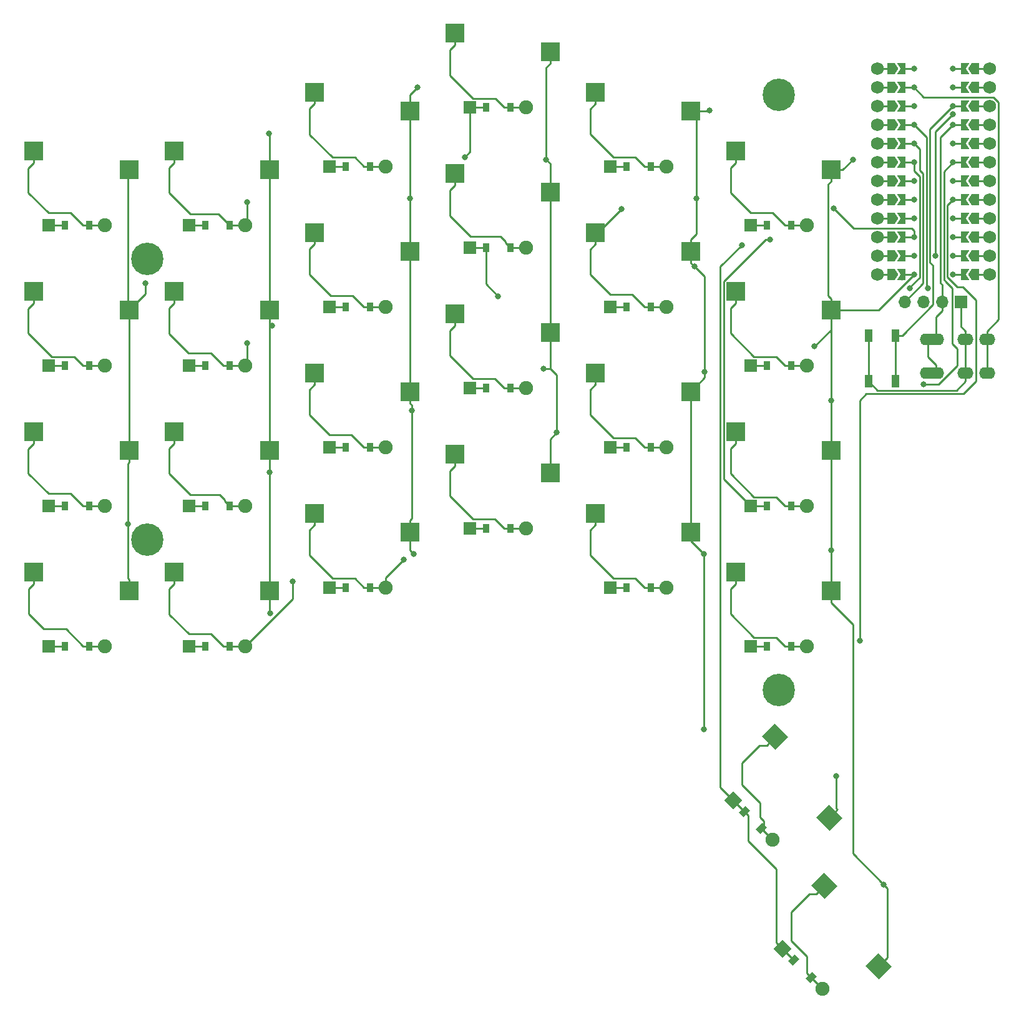
<source format=gbr>
%TF.GenerationSoftware,KiCad,Pcbnew,9.0.3-1.fc42*%
%TF.CreationDate,2025-07-31T15:34:24-03:00*%
%TF.ProjectId,main_pcb,6d61696e-5f70-4636-922e-6b696361645f,v1.0.0*%
%TF.SameCoordinates,Original*%
%TF.FileFunction,Copper,L1,Top*%
%TF.FilePolarity,Positive*%
%FSLAX46Y46*%
G04 Gerber Fmt 4.6, Leading zero omitted, Abs format (unit mm)*
G04 Created by KiCad (PCBNEW 9.0.3-1.fc42) date 2025-07-31 15:34:24*
%MOMM*%
%LPD*%
G01*
G04 APERTURE LIST*
G04 Aperture macros list*
%AMRotRect*
0 Rectangle, with rotation*
0 The origin of the aperture is its center*
0 $1 length*
0 $2 width*
0 $3 Rotation angle, in degrees counterclockwise*
0 Add horizontal line*
21,1,$1,$2,0,0,$3*%
%AMFreePoly0*
4,1,6,1.000000,0.000000,0.500000,-0.750000,-0.500000,-0.750000,-0.500000,0.750000,0.500000,0.750000,1.000000,0.000000,1.000000,0.000000,$1*%
%AMFreePoly1*
4,1,6,0.500000,-0.750000,-0.650000,-0.750000,-0.150000,0.000000,-0.650000,0.750000,0.500000,0.750000,0.500000,-0.750000,0.500000,-0.750000,$1*%
G04 Aperture macros list end*
%TA.AperFunction,SMDPad,CuDef*%
%ADD10R,1.100000X1.800000*%
%TD*%
%TA.AperFunction,ComponentPad*%
%ADD11R,1.778000X1.778000*%
%TD*%
%TA.AperFunction,SMDPad,CuDef*%
%ADD12R,0.900000X1.200000*%
%TD*%
%TA.AperFunction,ComponentPad*%
%ADD13C,1.905000*%
%TD*%
%TA.AperFunction,SMDPad,CuDef*%
%ADD14RotRect,2.550000X2.500000X315.000000*%
%TD*%
%TA.AperFunction,SMDPad,CuDef*%
%ADD15R,2.550000X2.500000*%
%TD*%
%TA.AperFunction,ComponentPad*%
%ADD16C,1.752600*%
%TD*%
%TA.AperFunction,SMDPad,CuDef*%
%ADD17FreePoly0,0.000000*%
%TD*%
%TA.AperFunction,SMDPad,CuDef*%
%ADD18FreePoly1,0.000000*%
%TD*%
%TA.AperFunction,SMDPad,CuDef*%
%ADD19FreePoly1,180.000000*%
%TD*%
%TA.AperFunction,SMDPad,CuDef*%
%ADD20FreePoly0,180.000000*%
%TD*%
%TA.AperFunction,ComponentPad*%
%ADD21C,0.800000*%
%TD*%
%TA.AperFunction,ComponentPad*%
%ADD22RotRect,1.778000X1.778000X315.000000*%
%TD*%
%TA.AperFunction,SMDPad,CuDef*%
%ADD23RotRect,0.900000X1.200000X315.000000*%
%TD*%
%TA.AperFunction,ComponentPad*%
%ADD24O,2.200000X1.600000*%
%TD*%
%TA.AperFunction,ComponentPad*%
%ADD25C,0.700000*%
%TD*%
%TA.AperFunction,ComponentPad*%
%ADD26C,4.400000*%
%TD*%
%TA.AperFunction,ComponentPad*%
%ADD27R,1.700000X1.700000*%
%TD*%
%TA.AperFunction,ComponentPad*%
%ADD28O,1.700000X1.700000*%
%TD*%
%TA.AperFunction,ViaPad*%
%ADD29C,0.800000*%
%TD*%
%TA.AperFunction,Conductor*%
%ADD30C,0.250000*%
%TD*%
G04 APERTURE END LIST*
D10*
%TO.P,B1,1*%
%TO.N,GND*%
X257400000Y-119000000D03*
X257400000Y-112800000D03*
%TO.P,B1,2*%
%TO.N,RST*%
X261100000Y-119000000D03*
X261100000Y-112800000D03*
%TD*%
D11*
%TO.P,D9,1*%
%TO.N,P18*%
X184290000Y-147000000D03*
D12*
X186450000Y-147000000D03*
%TO.P,D9,2*%
%TO.N,middle_bottom*%
X189750000Y-147000000D03*
D13*
X191910000Y-147000000D03*
%TD*%
D11*
%TO.P,D4,1*%
%TO.N,P21*%
X146190000Y-97850000D03*
D12*
X148350000Y-97850000D03*
%TO.P,D4,2*%
%TO.N,pinky_top*%
X151650000Y-97850000D03*
D13*
X153810000Y-97850000D03*
%TD*%
D11*
%TO.P,D24,1*%
%TO.N,P21*%
X241440000Y-97850000D03*
D12*
X243600000Y-97850000D03*
%TO.P,D24,2*%
%TO.N,aditional_top*%
X246900000Y-97850000D03*
D13*
X249060000Y-97850000D03*
%TD*%
D11*
%TO.P,D18,1*%
%TO.N,P19*%
X222390000Y-127950000D03*
D12*
X224550000Y-127950000D03*
%TO.P,D18,2*%
%TO.N,inner_home*%
X227850000Y-127950000D03*
D13*
X230010000Y-127950000D03*
%TD*%
D11*
%TO.P,D13,1*%
%TO.N,P18*%
X203340000Y-139000000D03*
D12*
X205500000Y-139000000D03*
%TO.P,D13,2*%
%TO.N,index_bottom*%
X208800000Y-139000000D03*
D13*
X210960000Y-139000000D03*
%TD*%
D14*
%TO.P,S26,1*%
%TO.N,P9*%
X258791103Y-198419400D03*
%TO.P,S26,2*%
%TO.N,two_main*%
X251446385Y-187482580D03*
%TD*%
D15*
%TO.P,S22,1*%
%TO.N,P9*%
X252335000Y-128410000D03*
%TO.P,S22,2*%
%TO.N,aditional_home*%
X239408000Y-125870000D03*
%TD*%
%TO.P,S12,1*%
%TO.N,P10*%
X195185000Y-82310000D03*
%TO.P,S12,2*%
%TO.N,middle_top*%
X182258000Y-79770000D03*
%TD*%
%TO.P,S11,1*%
%TO.N,P10*%
X195185000Y-101360000D03*
%TO.P,S11,2*%
%TO.N,middle_num*%
X182258000Y-98820000D03*
%TD*%
D16*
%TO.P,MCU1,*%
%TO.N,5*%
X258599997Y-86759999D03*
%TO.N,2*%
X258599999Y-79140001D03*
%TO.N,7*%
X258599999Y-91840001D03*
%TO.N,9*%
X258599999Y-96919999D03*
%TO.N,10*%
X258599999Y-99459995D03*
%TO.N,8*%
X258600000Y-94380000D03*
%TO.N,11*%
X258600000Y-102000000D03*
%TO.N,3*%
X258600001Y-81679999D03*
%TO.N,4*%
X258600001Y-84220001D03*
%TO.N,6*%
X258600001Y-89300000D03*
%TO.N,12*%
X258600008Y-104539999D03*
%TO.N,1*%
X258600015Y-76600002D03*
D17*
X260504999Y-76600000D03*
%TO.N,8*%
X260504999Y-94380001D03*
%TO.N,10*%
X260504999Y-99459997D03*
%TO.N,12*%
X260504999Y-104540003D03*
%TO.N,2*%
X260505000Y-79140001D03*
%TO.N,3*%
X260505000Y-81680000D03*
%TO.N,4*%
X260505000Y-84219999D03*
%TO.N,11*%
X260505000Y-102000000D03*
%TO.N,5*%
X260505001Y-86760000D03*
%TO.N,7*%
X260505001Y-91839999D03*
%TO.N,6*%
X260505003Y-89300001D03*
%TO.N,9*%
X260505003Y-96920001D03*
D18*
%TO.N,P5*%
X261954993Y-94380000D03*
%TO.N,GND*%
X261954994Y-81680002D03*
%TO.N,P7*%
X261954995Y-99460000D03*
%TO.N,P9*%
X261954995Y-104539999D03*
%TO.N,P1*%
X261954996Y-76600000D03*
%TO.N,GND*%
X261954996Y-84220000D03*
%TO.N,P4*%
X261954996Y-91840000D03*
%TO.N,P6*%
X261954996Y-96920000D03*
%TO.N,P8*%
X261954996Y-101999999D03*
%TO.N,P0*%
X261954997Y-79140001D03*
%TO.N,P3*%
X261954997Y-89300000D03*
%TO.N,P2*%
X261954998Y-86760008D03*
D19*
%TO.N,P19*%
X270484993Y-91839986D03*
%TO.N,GND*%
X270484994Y-79139999D03*
%TO.N,VCC*%
X270484994Y-84219999D03*
%TO.N,P20*%
X270484994Y-89300007D03*
%TO.N,P15*%
X270484994Y-96920000D03*
%TO.N,P14*%
X270484994Y-99460000D03*
%TO.N,P10*%
X270484994Y-104540000D03*
%TO.N,RAW*%
X270484995Y-76600000D03*
%TO.N,RST*%
X270484995Y-81680001D03*
%TO.N,P16*%
X270484995Y-101999999D03*
%TO.N,P18*%
X270484996Y-94380000D03*
%TO.N,P21*%
X270485001Y-86760000D03*
D20*
%TO.N,21*%
X271934997Y-84219999D03*
%TO.N,18*%
X271934997Y-91839999D03*
%TO.N,19*%
X271934999Y-89300001D03*
%TO.N,17*%
X271934999Y-94380000D03*
%TO.N,23*%
X271935000Y-79140000D03*
%TO.N,16*%
X271935000Y-96920001D03*
%TO.N,15*%
X271935000Y-99460000D03*
%TO.N,14*%
X271935000Y-101999999D03*
%TO.N,24*%
X271935001Y-76599997D03*
%TO.N,22*%
X271935001Y-81680003D03*
%TO.N,20*%
X271935001Y-86759999D03*
%TO.N,13*%
X271935001Y-104540000D03*
D16*
X273839985Y-104539998D03*
%TO.N,24*%
X273839992Y-76600001D03*
%TO.N,18*%
X273839999Y-91840000D03*
%TO.N,16*%
X273839999Y-96919999D03*
%TO.N,15*%
X273839999Y-99460001D03*
%TO.N,23*%
X273840000Y-79140000D03*
%TO.N,20*%
X273840000Y-86760000D03*
%TO.N,22*%
X273840001Y-81680005D03*
%TO.N,21*%
X273840001Y-84220001D03*
%TO.N,19*%
X273840001Y-89299999D03*
%TO.N,14*%
X273840001Y-101999999D03*
%TO.N,17*%
X273840003Y-94380001D03*
D21*
%TO.P,MCU1,B+*%
%TO.N,RAW*%
X268840000Y-76599999D03*
%TO.P,MCU1,GND*%
%TO.N,GND*%
X263599997Y-81680004D03*
X263600000Y-84219999D03*
X268840003Y-79140004D03*
%TO.P,MCU1,P0*%
%TO.N,P0*%
X263600001Y-79139999D03*
%TO.P,MCU1,P1*%
%TO.N,P1*%
X263600000Y-76600000D03*
%TO.P,MCU1,P2*%
%TO.N,P2*%
X263599999Y-86760000D03*
%TO.P,MCU1,P3*%
%TO.N,P3*%
X263599999Y-89300001D03*
%TO.P,MCU1,P4*%
%TO.N,P4*%
X263600000Y-91840000D03*
%TO.P,MCU1,P5*%
%TO.N,P5*%
X263600001Y-94379999D03*
%TO.P,MCU1,P6*%
%TO.N,P6*%
X263600001Y-96920000D03*
%TO.P,MCU1,P7*%
%TO.N,P7*%
X263600001Y-99459999D03*
%TO.P,MCU1,P8*%
%TO.N,P8*%
X263599997Y-101999996D03*
%TO.P,MCU1,P9*%
%TO.N,P9*%
X263600000Y-104540001D03*
%TO.P,MCU1,P10*%
%TO.N,P10*%
X268840000Y-104540000D03*
%TO.P,MCU1,P14*%
%TO.N,P14*%
X268840003Y-99459996D03*
%TO.P,MCU1,P15*%
%TO.N,P15*%
X268840000Y-96920001D03*
%TO.P,MCU1,P16*%
%TO.N,P16*%
X268839999Y-102000001D03*
%TO.P,MCU1,P18*%
%TO.N,P18*%
X268840001Y-94380000D03*
%TO.P,MCU1,P19*%
%TO.N,P19*%
X268840001Y-91839999D03*
%TO.P,MCU1,P20*%
%TO.N,P20*%
X268840000Y-89300000D03*
%TO.P,MCU1,P21*%
%TO.N,P21*%
X268839999Y-86760001D03*
%TO.P,MCU1,RST*%
%TO.N,RST*%
X268839999Y-81680001D03*
%TO.P,MCU1,VCC*%
%TO.N,VCC*%
X268839999Y-84220000D03*
%TD*%
D15*
%TO.P,S9,1*%
%TO.N,P10*%
X195185000Y-139460000D03*
%TO.P,S9,2*%
%TO.N,middle_bottom*%
X182258000Y-136920000D03*
%TD*%
D11*
%TO.P,D22,1*%
%TO.N,P19*%
X241440000Y-135950000D03*
D12*
X243600000Y-135950000D03*
%TO.P,D22,2*%
%TO.N,aditional_home*%
X246900000Y-135950000D03*
D13*
X249060000Y-135950000D03*
%TD*%
D11*
%TO.P,D5,1*%
%TO.N,P18*%
X165240000Y-155000000D03*
D12*
X167400000Y-155000000D03*
%TO.P,D5,2*%
%TO.N,ring_bottom*%
X170700000Y-155000000D03*
D13*
X172860000Y-155000000D03*
%TD*%
D15*
%TO.P,S4,1*%
%TO.N,P14*%
X157085000Y-90310000D03*
%TO.P,S4,2*%
%TO.N,pinky_top*%
X144158000Y-87770000D03*
%TD*%
%TO.P,S20,1*%
%TO.N,P8*%
X233285000Y-82310000D03*
%TO.P,S20,2*%
%TO.N,inner_top*%
X220358000Y-79770000D03*
%TD*%
%TO.P,S15,1*%
%TO.N,P7*%
X214235000Y-93360000D03*
%TO.P,S15,2*%
%TO.N,index_num*%
X201308000Y-90820000D03*
%TD*%
D22*
%TO.P,D25,1*%
%TO.N,P15*%
X239020423Y-175841423D03*
D23*
X240547774Y-177368774D03*
%TO.P,D25,2*%
%TO.N,one_main*%
X242881226Y-179702226D03*
D13*
X244408577Y-181229577D03*
%TD*%
D11*
%TO.P,D11,1*%
%TO.N,P20*%
X184290000Y-108900000D03*
D12*
X186450000Y-108900000D03*
%TO.P,D11,2*%
%TO.N,middle_num*%
X189750000Y-108900000D03*
D13*
X191910000Y-108900000D03*
%TD*%
D11*
%TO.P,D1,1*%
%TO.N,P18*%
X146190000Y-155000000D03*
D12*
X148350000Y-155000000D03*
%TO.P,D1,2*%
%TO.N,pinky_bottom*%
X151650000Y-155000000D03*
D13*
X153810000Y-155000000D03*
%TD*%
D11*
%TO.P,D20,1*%
%TO.N,P21*%
X222390000Y-89850000D03*
D12*
X224550000Y-89850000D03*
%TO.P,D20,2*%
%TO.N,inner_top*%
X227850000Y-89850000D03*
D13*
X230010000Y-89850000D03*
%TD*%
D15*
%TO.P,S5,1*%
%TO.N,P16*%
X176135000Y-147460000D03*
%TO.P,S5,2*%
%TO.N,ring_bottom*%
X163208000Y-144920000D03*
%TD*%
D11*
%TO.P,D19,1*%
%TO.N,P20*%
X222390000Y-108900000D03*
D12*
X224550000Y-108900000D03*
%TO.P,D19,2*%
%TO.N,inner_num*%
X227850000Y-108900000D03*
D13*
X230010000Y-108900000D03*
%TD*%
D11*
%TO.P,D14,1*%
%TO.N,P19*%
X203340000Y-119950000D03*
D12*
X205500000Y-119950000D03*
%TO.P,D14,2*%
%TO.N,index_home*%
X208800000Y-119950000D03*
D13*
X210960000Y-119950000D03*
%TD*%
D15*
%TO.P,S8,1*%
%TO.N,P16*%
X176135000Y-90310000D03*
%TO.P,S8,2*%
%TO.N,ring_top*%
X163208000Y-87770000D03*
%TD*%
%TO.P,S10,1*%
%TO.N,P10*%
X195185000Y-120410000D03*
%TO.P,S10,2*%
%TO.N,middle_home*%
X182258000Y-117870000D03*
%TD*%
D11*
%TO.P,D17,1*%
%TO.N,P18*%
X222390000Y-147000000D03*
D12*
X224550000Y-147000000D03*
%TO.P,D17,2*%
%TO.N,inner_bottom*%
X227850000Y-147000000D03*
D13*
X230010000Y-147000000D03*
%TD*%
D11*
%TO.P,D7,1*%
%TO.N,P20*%
X165240000Y-116900000D03*
D12*
X167400000Y-116900000D03*
%TO.P,D7,2*%
%TO.N,ring_num*%
X170700000Y-116900000D03*
D13*
X172860000Y-116900000D03*
%TD*%
D11*
%TO.P,D12,1*%
%TO.N,P21*%
X184290000Y-89850000D03*
D12*
X186450000Y-89850000D03*
%TO.P,D12,2*%
%TO.N,middle_top*%
X189750000Y-89850000D03*
D13*
X191910000Y-89850000D03*
%TD*%
D22*
%TO.P,D26,1*%
%TO.N,P15*%
X245755623Y-196047023D03*
D23*
X247282974Y-197574374D03*
%TO.P,D26,2*%
%TO.N,two_main*%
X249616426Y-199907826D03*
D13*
X251143777Y-201435177D03*
%TD*%
D24*
%TO.P,TRRS1,1*%
%TO.N,VCC*%
X265450000Y-113300000D03*
X265450000Y-117900000D03*
%TO.P,TRRS1,2*%
X266550000Y-113300000D03*
X266550000Y-117900000D03*
%TO.P,TRRS1,3*%
%TO.N,GND*%
X270550000Y-113300000D03*
X270550000Y-117900000D03*
%TO.P,TRRS1,4*%
%TO.N,P0*%
X273550000Y-113300000D03*
X273550000Y-117900000D03*
%TD*%
D15*
%TO.P,S19,1*%
%TO.N,P8*%
X233285000Y-101360000D03*
%TO.P,S19,2*%
%TO.N,inner_num*%
X220358000Y-98820000D03*
%TD*%
D11*
%TO.P,D16,1*%
%TO.N,P21*%
X203340000Y-81850000D03*
D12*
X205500000Y-81850000D03*
%TO.P,D16,2*%
%TO.N,index_top*%
X208800000Y-81850000D03*
D13*
X210960000Y-81850000D03*
%TD*%
D15*
%TO.P,S1,1*%
%TO.N,P14*%
X157085000Y-147460000D03*
%TO.P,S1,2*%
%TO.N,pinky_bottom*%
X144158000Y-144920000D03*
%TD*%
%TO.P,S6,1*%
%TO.N,P16*%
X176135000Y-128410000D03*
%TO.P,S6,2*%
%TO.N,ring_home*%
X163208000Y-125870000D03*
%TD*%
%TO.P,S7,1*%
%TO.N,P16*%
X176135000Y-109360000D03*
%TO.P,S7,2*%
%TO.N,ring_num*%
X163208000Y-106820000D03*
%TD*%
D11*
%TO.P,D10,1*%
%TO.N,P19*%
X184290000Y-127950000D03*
D12*
X186450000Y-127950000D03*
%TO.P,D10,2*%
%TO.N,middle_home*%
X189750000Y-127950000D03*
D13*
X191910000Y-127950000D03*
%TD*%
D15*
%TO.P,S16,1*%
%TO.N,P7*%
X214235000Y-74310000D03*
%TO.P,S16,2*%
%TO.N,index_top*%
X201308000Y-71770000D03*
%TD*%
%TO.P,S17,1*%
%TO.N,P8*%
X233285000Y-139460000D03*
%TO.P,S17,2*%
%TO.N,inner_bottom*%
X220358000Y-136920000D03*
%TD*%
%TO.P,S13,1*%
%TO.N,P7*%
X214235000Y-131460000D03*
%TO.P,S13,2*%
%TO.N,index_bottom*%
X201308000Y-128920000D03*
%TD*%
%TO.P,S18,1*%
%TO.N,P8*%
X233285000Y-120410000D03*
%TO.P,S18,2*%
%TO.N,inner_home*%
X220358000Y-117870000D03*
%TD*%
D25*
%TO.P,_3,1*%
%TO.N,N/C*%
X243600000Y-80086500D03*
X244083274Y-78919774D03*
X244083274Y-81253226D03*
X245250000Y-78436500D03*
D26*
X245250000Y-80086500D03*
D25*
X245250000Y-81736500D03*
X246416726Y-78919774D03*
X246416726Y-81253226D03*
X246900000Y-80086500D03*
%TD*%
D11*
%TO.P,D6,1*%
%TO.N,P19*%
X165240000Y-135950000D03*
D12*
X167400000Y-135950000D03*
%TO.P,D6,2*%
%TO.N,ring_home*%
X170700000Y-135950000D03*
D13*
X172860000Y-135950000D03*
%TD*%
D15*
%TO.P,S21,1*%
%TO.N,P9*%
X252335000Y-147460000D03*
%TO.P,S21,2*%
%TO.N,aditional_bottom*%
X239408000Y-144920000D03*
%TD*%
D11*
%TO.P,D3,1*%
%TO.N,P20*%
X146190000Y-116900000D03*
D12*
X148350000Y-116900000D03*
%TO.P,D3,2*%
%TO.N,pinky_num*%
X151650000Y-116900000D03*
D13*
X153810000Y-116900000D03*
%TD*%
D11*
%TO.P,D2,1*%
%TO.N,P19*%
X146190000Y-135950000D03*
D12*
X148350000Y-135950000D03*
%TO.P,D2,2*%
%TO.N,pinky_home*%
X151650000Y-135950000D03*
D13*
X153810000Y-135950000D03*
%TD*%
D11*
%TO.P,D21,1*%
%TO.N,P18*%
X241440000Y-155000000D03*
D12*
X243600000Y-155000000D03*
%TO.P,D21,2*%
%TO.N,aditional_bottom*%
X246900000Y-155000000D03*
D13*
X249060000Y-155000000D03*
%TD*%
D14*
%TO.P,S25,1*%
%TO.N,P8*%
X252055903Y-178213800D03*
%TO.P,S25,2*%
%TO.N,one_main*%
X244711185Y-167276980D03*
%TD*%
D11*
%TO.P,D23,1*%
%TO.N,P20*%
X241440000Y-116900000D03*
D12*
X243600000Y-116900000D03*
%TO.P,D23,2*%
%TO.N,aditional_num*%
X246900000Y-116900000D03*
D13*
X249060000Y-116900000D03*
%TD*%
D15*
%TO.P,S23,1*%
%TO.N,P9*%
X252335000Y-109360000D03*
%TO.P,S23,2*%
%TO.N,aditional_num*%
X239408000Y-106820000D03*
%TD*%
D25*
%TO.P,_4,1*%
%TO.N,N/C*%
X243600000Y-160858500D03*
X244083274Y-159691774D03*
X244083274Y-162025226D03*
X245250000Y-159208500D03*
D26*
X245250000Y-160858500D03*
D25*
X245250000Y-162508500D03*
X246416726Y-159691774D03*
X246416726Y-162025226D03*
X246900000Y-160858500D03*
%TD*%
D15*
%TO.P,S3,1*%
%TO.N,P14*%
X157085000Y-109360000D03*
%TO.P,S3,2*%
%TO.N,pinky_num*%
X144158000Y-106820000D03*
%TD*%
D25*
%TO.P,_1,1*%
%TO.N,N/C*%
X157875000Y-102375000D03*
X158358274Y-101208274D03*
X158358274Y-103541726D03*
X159525000Y-100725000D03*
D26*
X159525000Y-102375000D03*
D25*
X159525000Y-104025000D03*
X160691726Y-101208274D03*
X160691726Y-103541726D03*
X161175000Y-102375000D03*
%TD*%
D15*
%TO.P,S14,1*%
%TO.N,P7*%
X214235000Y-112410000D03*
%TO.P,S14,2*%
%TO.N,index_home*%
X201308000Y-109870000D03*
%TD*%
D27*
%TO.P,OLED1,1*%
%TO.N,GND*%
X269940000Y-108200000D03*
D28*
%TO.P,OLED1,2*%
%TO.N,VCC*%
X267400000Y-108200000D03*
%TO.P,OLED1,3*%
%TO.N,P3*%
X264860000Y-108200000D03*
%TO.P,OLED1,4*%
%TO.N,P2*%
X262320000Y-108200000D03*
%TD*%
D15*
%TO.P,S2,1*%
%TO.N,P14*%
X157085000Y-128410000D03*
%TO.P,S2,2*%
%TO.N,pinky_home*%
X144158000Y-125870000D03*
%TD*%
D25*
%TO.P,_2,1*%
%TO.N,N/C*%
X157875000Y-140475000D03*
X158358274Y-139308274D03*
X158358274Y-141641726D03*
X159525000Y-138825000D03*
D26*
X159525000Y-140475000D03*
D25*
X159525000Y-142125000D03*
X160691726Y-139308274D03*
X160691726Y-141641726D03*
X161175000Y-140475000D03*
%TD*%
D11*
%TO.P,D8,1*%
%TO.N,P21*%
X165240000Y-97850000D03*
D12*
X167400000Y-97850000D03*
%TO.P,D8,2*%
%TO.N,ring_top*%
X170700000Y-97850000D03*
D13*
X172860000Y-97850000D03*
%TD*%
D11*
%TO.P,D15,1*%
%TO.N,P20*%
X203340000Y-100900000D03*
D12*
X205500000Y-100900000D03*
%TO.P,D15,2*%
%TO.N,index_num*%
X208800000Y-100900000D03*
D13*
X210960000Y-100900000D03*
%TD*%
D15*
%TO.P,S24,1*%
%TO.N,P9*%
X252335000Y-90310000D03*
%TO.P,S24,2*%
%TO.N,aditional_top*%
X239408000Y-87770000D03*
%TD*%
D29*
%TO.N,P9*%
X252335000Y-121600000D03*
%TO.N,P14*%
X159304600Y-105695200D03*
X156940300Y-138411300D03*
%TO.N,P16*%
X176095400Y-85369300D03*
X176135000Y-131351400D03*
X266464600Y-102000000D03*
X268870400Y-82725000D03*
X176464800Y-111411500D03*
X176239000Y-150457500D03*
%TO.N,ring_bottom*%
X179322100Y-146206200D03*
%TO.N,ring_num*%
X173115600Y-113823000D03*
%TO.N,ring_top*%
X173115600Y-94697200D03*
%TO.N,P10*%
X195185000Y-94216600D03*
X195732000Y-142458300D03*
X196200000Y-79119100D03*
X195458500Y-122935300D03*
%TO.N,middle_bottom*%
X194374000Y-143221300D03*
%TO.N,P7*%
X252682300Y-95571700D03*
X213314600Y-117257900D03*
X213699400Y-88893900D03*
X215125400Y-125940300D03*
%TO.N,P8*%
X235061400Y-166202200D03*
X233813900Y-103412300D03*
X235807500Y-82219000D03*
X235061400Y-142456700D03*
X234085900Y-94216600D03*
X235186000Y-117686100D03*
X253061400Y-172618200D03*
%TO.N,inner_num*%
X223920000Y-95579500D03*
%TO.N,P9*%
X252335000Y-141938700D03*
X259491000Y-187279800D03*
X250103400Y-114248500D03*
X255300500Y-88914700D03*
%TO.N,P18*%
X256220400Y-154204600D03*
%TO.N,P19*%
X244084100Y-99766800D03*
%TO.N,P20*%
X207149800Y-107466500D03*
X264892000Y-119400800D03*
%TO.N,P21*%
X202624700Y-88565500D03*
%TO.N,P15*%
X240248900Y-100503800D03*
%TO.N,GND*%
X265464200Y-106370000D03*
%TO.N,P3*%
X263058000Y-106398000D03*
%TD*%
D30*
%TO.N,P15*%
X247283000Y-197574400D02*
X244896000Y-195187400D01*
X244896000Y-195187400D02*
X244896000Y-185178000D01*
X241096900Y-177918000D02*
X241097000Y-177917900D01*
X244896000Y-185178000D02*
X241096900Y-181378900D01*
X241096900Y-181378900D02*
X241096900Y-177918000D01*
X241097000Y-177917900D02*
X240547800Y-177368800D01*
X240547800Y-177368800D02*
X237303400Y-174124400D01*
X237303400Y-174124400D02*
X237303400Y-103449300D01*
X237303400Y-103449300D02*
X240248900Y-100503800D01*
%TO.N,P9*%
X252335000Y-114248500D02*
X252335000Y-121600000D01*
%TO.N,P14*%
X157085000Y-90310000D02*
X156940300Y-90454700D01*
X156940300Y-109215300D02*
X157085000Y-109360000D01*
X156940300Y-130131400D02*
X157085000Y-129986700D01*
X156940300Y-138411300D02*
X156940300Y-130131400D01*
X156940300Y-90454700D02*
X156940300Y-109215300D01*
X157085000Y-147460000D02*
X157085000Y-145883300D01*
X157085000Y-145883300D02*
X156940300Y-145738600D01*
X159304600Y-105695200D02*
X159304600Y-107140400D01*
X270485000Y-99460000D02*
X268840000Y-99460000D01*
X157085000Y-129986700D02*
X157085000Y-128410000D01*
X159304600Y-107140400D02*
X157085000Y-109360000D01*
X156940300Y-145738600D02*
X156940300Y-138411300D01*
X157085000Y-109360000D02*
X157085000Y-128410000D01*
%TO.N,pinky_bottom*%
X143446100Y-147208600D02*
X144158000Y-146496700D01*
X144158000Y-144920000D02*
X144158000Y-146496700D01*
X143446100Y-150562300D02*
X143446100Y-147208600D01*
X150873300Y-155000000D02*
X148507100Y-152633800D01*
X148507100Y-152633800D02*
X145517600Y-152633800D01*
X151650000Y-155000000D02*
X150873300Y-155000000D01*
X151650000Y-155000000D02*
X153810000Y-155000000D01*
X145517600Y-152633800D02*
X143446100Y-150562300D01*
%TO.N,pinky_home*%
X146158300Y-134255800D02*
X149179100Y-134255800D01*
X149179100Y-134255800D02*
X150873300Y-135950000D01*
X144158000Y-125870000D02*
X144158000Y-127446700D01*
X143419100Y-131516600D02*
X146158300Y-134255800D01*
X144158000Y-127446700D02*
X143419100Y-128185600D01*
X151650000Y-135950000D02*
X150873300Y-135950000D01*
X153810000Y-135950000D02*
X151650000Y-135950000D01*
X143419100Y-128185600D02*
X143419100Y-131516600D01*
%TO.N,pinky_num*%
X144158000Y-108396700D02*
X143419100Y-109135600D01*
X143419100Y-112466600D02*
X146600200Y-115647700D01*
X146600200Y-115647700D02*
X149621000Y-115647700D01*
X143419100Y-109135600D02*
X143419100Y-112466600D01*
X149621000Y-115647700D02*
X150873300Y-116900000D01*
X144158000Y-106820000D02*
X144158000Y-108396700D01*
X153810000Y-116900000D02*
X151650000Y-116900000D01*
X151650000Y-116900000D02*
X150873300Y-116900000D01*
%TO.N,pinky_top*%
X149179100Y-96155800D02*
X150873300Y-97850000D01*
X151650000Y-97850000D02*
X153810000Y-97850000D01*
X144158000Y-87770000D02*
X144158000Y-89346700D01*
X151650000Y-97850000D02*
X150873300Y-97850000D01*
X143419100Y-90085600D02*
X143419100Y-93416600D01*
X146158300Y-96155800D02*
X149179100Y-96155800D01*
X144158000Y-89346700D02*
X143419100Y-90085600D01*
X143419100Y-93416600D02*
X146158300Y-96155800D01*
%TO.N,P16*%
X176135000Y-147460000D02*
X176135000Y-131351400D01*
X176299900Y-111411500D02*
X176464800Y-111411500D01*
X176135000Y-111411500D02*
X176135000Y-109360000D01*
X176135000Y-85408900D02*
X176135000Y-90310000D01*
X266464600Y-85130800D02*
X268870400Y-82725000D01*
X176135000Y-128410000D02*
X176135000Y-111411500D01*
X176135000Y-150353500D02*
X176135000Y-147460000D01*
X176095400Y-85369300D02*
X176135000Y-85408900D01*
X176135000Y-90310000D02*
X176135000Y-109360000D01*
X176464800Y-111411500D02*
X176299900Y-111411500D01*
X176135000Y-131351400D02*
X176135000Y-128410000D01*
X270485000Y-102000000D02*
X268840000Y-102000000D01*
X176239000Y-150457500D02*
X176135000Y-150353500D01*
X176464800Y-111411500D02*
X176135000Y-111411500D01*
X266464600Y-102000000D02*
X266464600Y-85130800D01*
%TO.N,ring_bottom*%
X163208000Y-146496700D02*
X162539500Y-147165200D01*
X165188600Y-153305800D02*
X168229100Y-153305800D01*
X163208000Y-144920000D02*
X163208000Y-146496700D01*
X162539500Y-147165200D02*
X162539500Y-150656700D01*
X162539500Y-150656700D02*
X165188600Y-153305800D01*
X168229100Y-153305800D02*
X169923300Y-155000000D01*
X170700000Y-155000000D02*
X172860000Y-155000000D01*
X172860000Y-155000000D02*
X179322100Y-148537900D01*
X179322100Y-148537900D02*
X179322100Y-146206200D01*
X170700000Y-155000000D02*
X169923300Y-155000000D01*
%TO.N,ring_home*%
X170052600Y-135250000D02*
X170052600Y-135097900D01*
X171780000Y-135950000D02*
X170752600Y-135950000D01*
X162513900Y-128140800D02*
X163208000Y-127446700D01*
X170052600Y-135097900D02*
X169372000Y-134417300D01*
X165410100Y-134417300D02*
X162513900Y-131521100D01*
X163208000Y-125870000D02*
X163208000Y-127446700D01*
X162513900Y-131521100D02*
X162513900Y-128140800D01*
X172860000Y-135950000D02*
X171780000Y-135950000D01*
X169372000Y-134417300D02*
X165410100Y-134417300D01*
X171780000Y-135950000D02*
X170700000Y-135950000D01*
X170752600Y-135950000D02*
X170052600Y-135250000D01*
%TO.N,ring_num*%
X162539500Y-109065200D02*
X162539500Y-112556700D01*
X163208000Y-108396700D02*
X162539500Y-109065200D01*
X168223300Y-115200000D02*
X169923300Y-116900000D01*
X173115600Y-116644400D02*
X172860000Y-116900000D01*
X172860000Y-116900000D02*
X170700000Y-116900000D01*
X169923300Y-116900000D02*
X170700000Y-116900000D01*
X173115600Y-113823000D02*
X173115600Y-116644400D01*
X163208000Y-106820000D02*
X163208000Y-108396700D01*
X162539500Y-112556700D02*
X165182800Y-115200000D01*
X165182800Y-115200000D02*
X168223300Y-115200000D01*
%TO.N,ring_top*%
X173115600Y-94697200D02*
X173115600Y-97594400D01*
X165410100Y-96317300D02*
X162513900Y-93421100D01*
X170700000Y-97850000D02*
X169167300Y-96317300D01*
X169167300Y-96317300D02*
X165410100Y-96317300D01*
X173115600Y-97594400D02*
X172860000Y-97850000D01*
X171780000Y-97850000D02*
X170700000Y-97850000D01*
X162513900Y-93421100D02*
X162513900Y-90040800D01*
X172860000Y-97850000D02*
X171780000Y-97850000D01*
X162513900Y-90040800D02*
X163208000Y-89346700D01*
X163208000Y-89346700D02*
X163208000Y-87770000D01*
%TO.N,P10*%
X195732000Y-142458300D02*
X195185000Y-141911300D01*
X195185000Y-99178100D02*
X195185000Y-101360000D01*
X195185000Y-121198300D02*
X195185000Y-121986700D01*
X195458500Y-122935300D02*
X195458500Y-122260200D01*
X195185000Y-121198300D02*
X195185000Y-99178100D01*
X195185000Y-94216600D02*
X195185000Y-82310000D01*
X195458500Y-122935300D02*
X195458500Y-137609800D01*
X195185000Y-120410000D02*
X195185000Y-121198300D01*
X195185000Y-80134100D02*
X195185000Y-82310000D01*
X195185000Y-139460000D02*
X195185000Y-137883300D01*
X195185000Y-141911300D02*
X195185000Y-139460000D01*
X195458500Y-122260200D02*
X195185000Y-121986700D01*
X196200000Y-79119100D02*
X195185000Y-80134100D01*
X195458500Y-137609800D02*
X195185000Y-137883300D01*
X195185000Y-99178100D02*
X195185000Y-94216600D01*
X270485000Y-104540000D02*
X268840000Y-104540000D01*
%TO.N,middle_bottom*%
X191910000Y-147000000D02*
X191910000Y-145685300D01*
X191910000Y-145685300D02*
X194374000Y-143221300D01*
X182258000Y-136920000D02*
X182258000Y-138496700D01*
X187721000Y-145747700D02*
X188973300Y-147000000D01*
X189750000Y-147000000D02*
X188973300Y-147000000D01*
X182258000Y-138496700D02*
X181541800Y-139212900D01*
X181541800Y-139212900D02*
X181541800Y-142588800D01*
X181541800Y-142588800D02*
X184700700Y-145747700D01*
X184700700Y-145747700D02*
X187721000Y-145747700D01*
X191910000Y-147000000D02*
X189750000Y-147000000D01*
%TO.N,middle_home*%
X181541800Y-120162900D02*
X181541800Y-123538800D01*
X189750000Y-127950000D02*
X188973300Y-127950000D01*
X187279100Y-126255800D02*
X188973300Y-127950000D01*
X182258000Y-117870000D02*
X182258000Y-119446700D01*
X191910000Y-127950000D02*
X189750000Y-127950000D01*
X182258000Y-119446700D02*
X181541800Y-120162900D01*
X184258800Y-126255800D02*
X187279100Y-126255800D01*
X181541800Y-123538800D02*
X184258800Y-126255800D01*
%TO.N,middle_num*%
X191910000Y-108900000D02*
X189750000Y-108900000D01*
X182258000Y-98820000D02*
X182258000Y-100396700D01*
X184463700Y-107367300D02*
X181591500Y-104495100D01*
X181591500Y-104495100D02*
X181591500Y-101063200D01*
X189750000Y-108900000D02*
X188973300Y-108900000D01*
X188973300Y-108900000D02*
X187440600Y-107367300D01*
X181591500Y-101063200D02*
X182258000Y-100396700D01*
X187440600Y-107367300D02*
X184463700Y-107367300D01*
%TO.N,middle_top*%
X182258000Y-79770000D02*
X182258000Y-81346700D01*
X189750000Y-89850000D02*
X188973300Y-89850000D01*
X187721000Y-88597700D02*
X188973300Y-89850000D01*
X182258000Y-81346700D02*
X181591900Y-82012800D01*
X181591900Y-82012800D02*
X181591900Y-85521500D01*
X181591900Y-85521500D02*
X184668100Y-88597700D01*
X184668100Y-88597700D02*
X187721000Y-88597700D01*
X191910000Y-89850000D02*
X189750000Y-89850000D01*
%TO.N,P7*%
X213699400Y-76422300D02*
X213699400Y-88893900D01*
X262777500Y-99460000D02*
X263600000Y-99460000D01*
X252682300Y-95571700D02*
X255367600Y-98257000D01*
X261955000Y-99460000D02*
X262777500Y-99460000D01*
X214235000Y-74310000D02*
X214235000Y-75886700D01*
X214235000Y-112410000D02*
X214235000Y-110833300D01*
X215125400Y-125940300D02*
X215125400Y-118148300D01*
X214235000Y-117257900D02*
X213314600Y-117257900D01*
X213699400Y-88893900D02*
X214235000Y-89429500D01*
X214235000Y-75886700D02*
X213699400Y-76422300D01*
X214235000Y-117257900D02*
X214235000Y-113986700D01*
X215125400Y-118148300D02*
X214235000Y-117257900D01*
X214235000Y-112410000D02*
X214235000Y-113986700D01*
X214235000Y-131460000D02*
X214235000Y-126830700D01*
X214235000Y-126830700D02*
X215125400Y-125940300D01*
X214235000Y-93344300D02*
X214235000Y-110833300D01*
X255367600Y-98257000D02*
X263257000Y-98257000D01*
X214235000Y-89429500D02*
X214235000Y-93344300D01*
X263257000Y-98257000D02*
X263600000Y-98600000D01*
X263600000Y-98600000D02*
X263600001Y-99459999D01*
X214235000Y-93344300D02*
X214235000Y-93360000D01*
%TO.N,index_bottom*%
X206749100Y-137725800D02*
X208023300Y-139000000D01*
X201308000Y-128920000D02*
X201308000Y-130496700D01*
X201308000Y-130496700D02*
X200597800Y-131206900D01*
X210960000Y-139000000D02*
X208800000Y-139000000D01*
X200597800Y-134604100D02*
X203719500Y-137725800D01*
X203719500Y-137725800D02*
X206749100Y-137725800D01*
X208800000Y-139000000D02*
X208023300Y-139000000D01*
X200597800Y-131206900D02*
X200597800Y-134604100D01*
%TO.N,index_home*%
X200597800Y-112156900D02*
X200597800Y-115554100D01*
X201308000Y-111446700D02*
X200597800Y-112156900D01*
X208800000Y-119950000D02*
X208023300Y-119950000D01*
X201308000Y-109870000D02*
X201308000Y-111446700D01*
X200597800Y-115554100D02*
X203719500Y-118675800D01*
X208800000Y-119950000D02*
X210960000Y-119950000D01*
X203719500Y-118675800D02*
X206749100Y-118675800D01*
X206749100Y-118675800D02*
X208023300Y-119950000D01*
%TO.N,index_num*%
X208152600Y-100200000D02*
X208152600Y-100047900D01*
X200618100Y-96556800D02*
X200618100Y-93086600D01*
X209880000Y-100900000D02*
X208800000Y-100900000D01*
X200618100Y-93086600D02*
X201308000Y-92396700D01*
X203428600Y-99367300D02*
X200618100Y-96556800D01*
X207472000Y-99367300D02*
X203428600Y-99367300D01*
X201308000Y-90820000D02*
X201308000Y-92396700D01*
X208852600Y-100900000D02*
X208152600Y-100200000D01*
X208152600Y-100047900D02*
X207472000Y-99367300D01*
X210960000Y-100900000D02*
X209880000Y-100900000D01*
X209880000Y-100900000D02*
X208852600Y-100900000D01*
%TO.N,index_top*%
X200641900Y-77521500D02*
X203718100Y-80597700D01*
X210960000Y-81850000D02*
X208800000Y-81850000D01*
X203718100Y-80597700D02*
X206771000Y-80597700D01*
X206771000Y-80597700D02*
X208023300Y-81850000D01*
X208800000Y-81850000D02*
X208023300Y-81850000D01*
X200641900Y-74012800D02*
X200641900Y-77521500D01*
X201308000Y-71770000D02*
X201308000Y-73346700D01*
X201308000Y-73346700D02*
X200641900Y-74012800D01*
%TO.N,P8*%
X253061400Y-176989600D02*
X253170800Y-177098900D01*
X235186000Y-117686100D02*
X235186000Y-104784400D01*
X233285000Y-140685000D02*
X233285000Y-140248300D01*
X235061400Y-142456700D02*
X235056700Y-142456700D01*
X233760600Y-103412300D02*
X233285000Y-102936700D01*
X235807500Y-82219000D02*
X235716500Y-82310000D01*
X234085900Y-82310000D02*
X234085900Y-94216600D01*
X233285000Y-101360000D02*
X233285000Y-102936700D01*
X235061400Y-166202200D02*
X235061400Y-142456700D01*
X233285000Y-139460000D02*
X233285000Y-140248300D01*
X234085900Y-94216600D02*
X234085900Y-98982400D01*
X252055900Y-178213800D02*
X253170800Y-177098900D01*
X233285000Y-82310000D02*
X234085900Y-82310000D01*
X235186000Y-104784400D02*
X233813900Y-103412300D01*
X235186000Y-117686100D02*
X235186000Y-118509000D01*
X233285000Y-140248300D02*
X233285000Y-120410000D01*
X261955000Y-102000000D02*
X263600000Y-102000000D01*
X233285000Y-101360000D02*
X233285000Y-99783300D01*
X253061400Y-172618200D02*
X253061400Y-176989600D01*
X235056700Y-142456700D02*
X233285000Y-140685000D01*
X233813900Y-103412300D02*
X233760600Y-103412300D01*
X235186000Y-118509000D02*
X233285000Y-120410000D01*
X235716500Y-82310000D02*
X233285000Y-82310000D01*
X234085900Y-98982400D02*
X233285000Y-99783300D01*
%TO.N,inner_bottom*%
X222769500Y-145725800D02*
X225799100Y-145725800D01*
X219647800Y-142604100D02*
X222769500Y-145725800D01*
X219647800Y-139206900D02*
X219647800Y-142604100D01*
X220358000Y-136920000D02*
X220358000Y-138496700D01*
X225799100Y-145725800D02*
X227073300Y-147000000D01*
X227850000Y-147000000D02*
X227073300Y-147000000D01*
X227850000Y-147000000D02*
X230010000Y-147000000D01*
X220358000Y-138496700D02*
X219647800Y-139206900D01*
%TO.N,inner_home*%
X219647800Y-123554100D02*
X222769500Y-126675800D01*
X219647800Y-120156900D02*
X219647800Y-123554100D01*
X220358000Y-119446700D02*
X219647800Y-120156900D01*
X227850000Y-127950000D02*
X227073300Y-127950000D01*
X220358000Y-117870000D02*
X220358000Y-119446700D01*
X227850000Y-127950000D02*
X230010000Y-127950000D01*
X225799100Y-126675800D02*
X227073300Y-127950000D01*
X222769500Y-126675800D02*
X225799100Y-126675800D01*
%TO.N,inner_num*%
X225379100Y-107205800D02*
X227073300Y-108900000D01*
X222384500Y-107205800D02*
X225379100Y-107205800D01*
X219647400Y-104468700D02*
X222384500Y-107205800D01*
X220358000Y-98820000D02*
X220358000Y-100396700D01*
X220358000Y-100396700D02*
X219647400Y-101107300D01*
X219647400Y-101107300D02*
X219647400Y-104468700D01*
X227850000Y-108900000D02*
X230010000Y-108900000D01*
X223920000Y-95579500D02*
X220679500Y-98820000D01*
X220679500Y-98820000D02*
X220358000Y-98820000D01*
X227850000Y-108900000D02*
X227073300Y-108900000D01*
%TO.N,inner_top*%
X220358000Y-79770000D02*
X220358000Y-81346700D01*
X227850000Y-89850000D02*
X227073300Y-89850000D01*
X222769500Y-88575800D02*
X225799100Y-88575800D01*
X219647800Y-82056900D02*
X219647800Y-85454100D01*
X227850000Y-89850000D02*
X230010000Y-89850000D01*
X219647800Y-85454100D02*
X222769500Y-88575800D01*
X225799100Y-88575800D02*
X227073300Y-89850000D01*
X220358000Y-81346700D02*
X219647800Y-82056900D01*
%TO.N,P9*%
X251955600Y-92266100D02*
X251955600Y-107403900D01*
X261955000Y-104540000D02*
X263600000Y-104540000D01*
X252335000Y-109360000D02*
X252335000Y-114248500D01*
X260000000Y-187788800D02*
X259491000Y-187279800D01*
X252335000Y-147460000D02*
X252335000Y-149036700D01*
X252335000Y-128410000D02*
X252335000Y-141938700D01*
X252335000Y-109360000D02*
X258780001Y-109360000D01*
X252335000Y-91886700D02*
X251955600Y-92266100D01*
X252335000Y-109360000D02*
X252335000Y-107783300D01*
X255324800Y-183113600D02*
X259491000Y-187279800D01*
X252335000Y-112016900D02*
X252335000Y-109360000D01*
X260000000Y-197210500D02*
X260000000Y-187788800D01*
X250103400Y-114248500D02*
X252335000Y-112016900D01*
X258791100Y-198419400D02*
X260000000Y-197210500D01*
X255324800Y-152026500D02*
X255324800Y-183113600D01*
X252335000Y-90310000D02*
X252335000Y-91886700D01*
X258780001Y-109360000D02*
X263600000Y-104540001D01*
X252335000Y-141938700D02*
X252335000Y-147460000D01*
X251955600Y-107403900D02*
X252335000Y-107783300D01*
X252335000Y-121600000D02*
X252335000Y-128410000D01*
X252335000Y-149036700D02*
X255324800Y-152026500D01*
X261954995Y-105217805D02*
X261954995Y-104539999D01*
%TO.N,aditional_bottom*%
X246900000Y-155000000D02*
X246123300Y-155000000D01*
X238717300Y-147187400D02*
X239408000Y-146496700D01*
X241890500Y-153747700D02*
X238717300Y-150574500D01*
X239408000Y-144920000D02*
X239408000Y-146496700D01*
X249060000Y-155000000D02*
X246900000Y-155000000D01*
X246123300Y-155000000D02*
X244871000Y-153747700D01*
X238717300Y-150574500D02*
X238717300Y-147187400D01*
X244871000Y-153747700D02*
X241890500Y-153747700D01*
%TO.N,aditional_home*%
X239408000Y-125870000D02*
X239408000Y-127446700D01*
X241876400Y-134697700D02*
X244871000Y-134697700D01*
X244871000Y-134697700D02*
X246123300Y-135950000D01*
X249060000Y-135950000D02*
X246900000Y-135950000D01*
X238697400Y-131518700D02*
X241876400Y-134697700D01*
X246900000Y-135950000D02*
X246123300Y-135950000D01*
X239408000Y-127446700D02*
X238697400Y-128157300D01*
X238697400Y-128157300D02*
X238697400Y-131518700D01*
%TO.N,aditional_num*%
X241876400Y-115647700D02*
X244871000Y-115647700D01*
X246900000Y-116900000D02*
X246123300Y-116900000D01*
X239408000Y-108396700D02*
X238697400Y-109107300D01*
X244871000Y-115647700D02*
X246123300Y-116900000D01*
X238697400Y-112468700D02*
X241876400Y-115647700D01*
X249060000Y-116900000D02*
X246900000Y-116900000D01*
X238697400Y-109107300D02*
X238697400Y-112468700D01*
X239408000Y-106820000D02*
X239408000Y-108396700D01*
%TO.N,aditional_top*%
X244429100Y-96155800D02*
X246123300Y-97850000D01*
X238697400Y-90057300D02*
X238697400Y-93418700D01*
X246900000Y-97850000D02*
X249060000Y-97850000D01*
X246900000Y-97850000D02*
X246123300Y-97850000D01*
X241434500Y-96155800D02*
X244429100Y-96155800D01*
X239408000Y-87770000D02*
X239408000Y-89346700D01*
X239408000Y-89346700D02*
X238697400Y-90057300D01*
X238697400Y-93418700D02*
X241434500Y-96155800D01*
%TO.N,one_main*%
X240226500Y-173726700D02*
X240226500Y-170778100D01*
X243186700Y-178699200D02*
X242680900Y-178193400D01*
X242680900Y-178193400D02*
X242680900Y-176181100D01*
X243644900Y-180465900D02*
X243186700Y-180007700D01*
X242881200Y-179702200D02*
X243644900Y-180465900D01*
X243186700Y-180007700D02*
X243186700Y-178699200D01*
X243644900Y-180465900D02*
X244408600Y-181229600D01*
X243596200Y-168391900D02*
X243596300Y-168391900D01*
X240226500Y-170778100D02*
X242612700Y-168391900D01*
X242612700Y-168391900D02*
X243596200Y-168391900D01*
X242680900Y-176181100D02*
X240226500Y-173726700D01*
X244711200Y-167277000D02*
X243596300Y-168391900D01*
%TO.N,two_main*%
X249355300Y-188597500D02*
X246945800Y-191007000D01*
X246945800Y-191007000D02*
X246945800Y-194945800D01*
X249067300Y-197067300D02*
X249067300Y-199358600D01*
X246945800Y-194945800D02*
X249067300Y-197067300D01*
X250331500Y-188597500D02*
X249355300Y-188597500D01*
X249067300Y-199358600D02*
X249616400Y-199907800D01*
X251446400Y-187482600D02*
X250331500Y-188597500D01*
X249616400Y-199907800D02*
X251143800Y-201435200D01*
%TO.N,P18*%
X205500000Y-139000000D02*
X203340000Y-139000000D01*
X271976700Y-119023300D02*
X271976700Y-107995700D01*
X224550000Y-147000000D02*
X222390000Y-147000000D01*
X270204000Y-106223000D02*
X269495300Y-106223000D01*
X268840000Y-94380000D02*
X270485000Y-94380000D01*
X270204000Y-106223000D02*
X271976700Y-107995700D01*
X268094800Y-104822500D02*
X268094800Y-95125200D01*
X256220400Y-121579600D02*
X257122300Y-120677700D01*
X268094800Y-95125200D02*
X268840000Y-94380000D01*
X257122300Y-120677700D02*
X270322300Y-120677700D01*
X243600000Y-155000000D02*
X241440000Y-155000000D01*
X256220400Y-154204600D02*
X256220400Y-121579600D01*
X270322300Y-120677700D02*
X271976700Y-119023300D01*
X186450000Y-147000000D02*
X184290000Y-147000000D01*
X165240000Y-155000000D02*
X167400000Y-155000000D01*
X148350000Y-155000000D02*
X146190000Y-155000000D01*
X269495300Y-106223000D02*
X268094800Y-104822500D01*
%TO.N,P19*%
X237764000Y-132274000D02*
X237764000Y-105443100D01*
X203340000Y-119950000D02*
X205500000Y-119950000D01*
X242073600Y-135950000D02*
X241440000Y-135950000D01*
X148350000Y-135950000D02*
X146190000Y-135950000D01*
X243440300Y-99766800D02*
X244084100Y-99766800D01*
X184290000Y-127950000D02*
X186450000Y-127950000D01*
X243600000Y-135950000D02*
X242125300Y-135950000D01*
X268840000Y-91840000D02*
X270485000Y-91840000D01*
X242125300Y-135950000D02*
X242073600Y-135950000D01*
X167400000Y-135950000D02*
X165240000Y-135950000D01*
X237764000Y-105443100D02*
X243440300Y-99766800D01*
X224550000Y-127950000D02*
X222390000Y-127950000D01*
X241440000Y-135950000D02*
X237764000Y-132274000D01*
%TO.N,P20*%
X267643100Y-90496900D02*
X268840000Y-89300000D01*
X243600000Y-116900000D02*
X241440000Y-116900000D01*
X267907700Y-105491900D02*
X267643100Y-105227300D01*
X268094800Y-105679000D02*
X268745700Y-106329900D01*
X267643100Y-105227300D02*
X267643100Y-90496900D01*
X222390000Y-108900000D02*
X224550000Y-108900000D01*
X268840000Y-89300000D02*
X269662500Y-89300000D01*
X268745700Y-106329900D02*
X268745700Y-113871100D01*
X267907700Y-105491900D02*
X268094800Y-105679000D01*
X167400000Y-116900000D02*
X165240000Y-116900000D01*
X205500000Y-105816700D02*
X207149800Y-107466500D01*
X266943500Y-119400800D02*
X264892000Y-119400800D01*
X269476700Y-116867600D02*
X266943500Y-119400800D01*
X269476700Y-114602100D02*
X269476700Y-116867600D01*
X186450000Y-108900000D02*
X184290000Y-108900000D01*
X205500000Y-100900000D02*
X203340000Y-100900000D01*
X269662500Y-89300000D02*
X270485000Y-89300000D01*
X268745700Y-113871100D02*
X269476700Y-114602100D01*
X205500000Y-100900000D02*
X205500000Y-105816700D01*
X267907700Y-105491900D02*
X268094800Y-105679000D01*
X148350000Y-116900000D02*
X146190000Y-116900000D01*
%TO.N,P21*%
X167400000Y-97850000D02*
X165240000Y-97850000D01*
X203340000Y-81850000D02*
X205500000Y-81850000D01*
X241440000Y-97850000D02*
X243600000Y-97850000D01*
X146190000Y-97850000D02*
X148350000Y-97850000D01*
X203340000Y-81850000D02*
X203340000Y-87850200D01*
X203340000Y-87850200D02*
X202624700Y-88565500D01*
X224550000Y-89850000D02*
X222390000Y-89850000D01*
X186450000Y-89850000D02*
X184290000Y-89850000D01*
X270485000Y-86760000D02*
X268840000Y-86760000D01*
%TO.N,P15*%
X270485000Y-96920000D02*
X268840000Y-96920000D01*
%TO.N,RAW*%
X268840000Y-76600000D02*
X270485000Y-76600000D01*
%TO.N,GND*%
X265286200Y-106192000D02*
X265464200Y-106370000D01*
X263112800Y-84220000D02*
X263600001Y-84220000D01*
X268840000Y-79140000D02*
X270485000Y-79140000D01*
X270550000Y-113300000D02*
X270550000Y-112173300D01*
X261955000Y-81680000D02*
X263600000Y-81680000D01*
X265464200Y-106370000D02*
X265286200Y-106192000D01*
X257400000Y-119000000D02*
X258626700Y-120226700D01*
X258626700Y-120226700D02*
X269350000Y-120226700D01*
X269940000Y-111563300D02*
X270550000Y-112173300D01*
X269350000Y-120226700D02*
X270550000Y-119026700D01*
X270550000Y-119026700D02*
X270550000Y-117900000D01*
X265286200Y-106192000D02*
X265464200Y-106370000D01*
X261955000Y-84220000D02*
X263112800Y-84220000D01*
X269940000Y-108200000D02*
X269940000Y-111563300D01*
X270550000Y-117900000D02*
X270550000Y-113300000D01*
X263600001Y-84220000D02*
X265286200Y-85906199D01*
X263112800Y-84220000D02*
X263600000Y-84220000D01*
X257400000Y-112800000D02*
X257400000Y-119000000D01*
X265286200Y-85906199D02*
X265286200Y-106192000D01*
%TO.N,RST*%
X266190900Y-103298900D02*
X265737900Y-102845900D01*
X261100000Y-119000000D02*
X261100000Y-112800000D01*
X266190900Y-108591300D02*
X266190900Y-103298900D01*
X266190900Y-108591300D02*
X261982200Y-112800000D01*
X268840000Y-81680000D02*
X270485000Y-81680000D01*
X265737900Y-84782100D02*
X268840000Y-81680000D01*
X261982200Y-112800000D02*
X261100000Y-112800000D01*
X265737900Y-102845900D02*
X265737900Y-84782100D01*
%TO.N,VCC*%
X265450000Y-113300000D02*
X265450000Y-115673300D01*
X266550000Y-110226700D02*
X267400000Y-109376700D01*
X270485000Y-84220000D02*
X268840000Y-84220000D01*
X267400000Y-108788300D02*
X267400000Y-109376700D01*
X267191400Y-105658800D02*
X267400000Y-105867400D01*
X266550000Y-117900000D02*
X266550000Y-116773300D01*
X265450000Y-115673300D02*
X266550000Y-116773300D01*
X266550000Y-113300000D02*
X266550000Y-110226700D01*
X267191400Y-105414400D02*
X267191400Y-105658800D01*
X267191400Y-85868600D02*
X267191400Y-105414400D01*
X268840000Y-84220000D02*
X267191400Y-85868600D01*
X267400000Y-108788300D02*
X267400000Y-108200000D01*
X267400000Y-105867400D02*
X267400000Y-108200000D01*
%TO.N,P1*%
X261955000Y-76600000D02*
X263600000Y-76600000D01*
%TO.N,P0*%
X273550000Y-112173300D02*
X275076900Y-110646400D01*
X264888000Y-80428000D02*
X263600000Y-79140000D01*
X261955000Y-79140000D02*
X263600000Y-79140000D01*
X275076900Y-81145500D02*
X274359400Y-80428000D01*
X273550000Y-113300000D02*
X273550000Y-112173300D01*
X273550000Y-117900000D02*
X273550000Y-113300000D01*
X275076900Y-110646400D02*
X275076900Y-81145500D01*
X274359400Y-80428000D02*
X264888000Y-80428000D01*
%TO.N,P2*%
X264530700Y-90538100D02*
X264343600Y-90351000D01*
X264795300Y-105724700D02*
X264795300Y-90802700D01*
X262320000Y-108200000D02*
X264795300Y-105724700D01*
X264343600Y-87503600D02*
X263600000Y-86760000D01*
X261955000Y-86760000D02*
X263600000Y-86760000D01*
X264530700Y-90538100D02*
X264343600Y-90351000D01*
X264795300Y-90802700D02*
X264530700Y-90538100D01*
X264343600Y-90351000D02*
X264343600Y-87503600D01*
%TO.N,P3*%
X264343600Y-91215000D02*
X263600000Y-90471400D01*
X263058000Y-106194100D02*
X264343600Y-104908500D01*
X263600000Y-89300000D02*
X261955000Y-89300000D01*
X264343600Y-104908500D02*
X264343600Y-91215000D01*
X263600000Y-90471400D02*
X263600000Y-89300000D01*
X263058000Y-106398000D02*
X263058000Y-106194100D01*
%TO.N,P4*%
X261955000Y-91840000D02*
X263600000Y-91840000D01*
%TO.N,P5*%
X261955000Y-94380000D02*
X263600000Y-94380000D01*
%TO.N,P6*%
X261955000Y-96920000D02*
X263600000Y-96920000D01*
%TO.N,1*%
X258600000Y-76600000D02*
X260505000Y-76600000D01*
%TO.N,2*%
X258600000Y-79140000D02*
X260505000Y-79140000D01*
%TO.N,3*%
X258600000Y-81680000D02*
X260505000Y-81680000D01*
%TO.N,4*%
X258600000Y-84220000D02*
X260505000Y-84220000D01*
%TO.N,5*%
X258600000Y-86760000D02*
X260505000Y-86760000D01*
%TO.N,6*%
X258600000Y-89300000D02*
X260505000Y-89300000D01*
%TO.N,7*%
X258600000Y-91840000D02*
X260505000Y-91840000D01*
%TO.N,8*%
X258600000Y-94380000D02*
X260505000Y-94380000D01*
%TO.N,9*%
X258600000Y-96920000D02*
X260505000Y-96920000D01*
%TO.N,10*%
X258600000Y-99460000D02*
X260505000Y-99460000D01*
%TO.N,11*%
X258600000Y-102000000D02*
X260505000Y-102000000D01*
%TO.N,12*%
X258600000Y-104540000D02*
X260505000Y-104540000D01*
%TO.N,13*%
X271935000Y-104540000D02*
X273840000Y-104540000D01*
%TO.N,14*%
X271935000Y-102000000D02*
X273840000Y-102000000D01*
%TO.N,15*%
X271935000Y-99460000D02*
X273840000Y-99460000D01*
%TO.N,16*%
X271935000Y-96920000D02*
X273840000Y-96920000D01*
%TO.N,17*%
X271935000Y-94380000D02*
X273840000Y-94380000D01*
%TO.N,18*%
X271935000Y-91840000D02*
X273840000Y-91840000D01*
%TO.N,19*%
X271935000Y-89300000D02*
X273840000Y-89300000D01*
%TO.N,20*%
X271935000Y-86760000D02*
X273840000Y-86760000D01*
%TO.N,21*%
X271935000Y-84220000D02*
X273840000Y-84220000D01*
%TO.N,22*%
X271935000Y-81680000D02*
X273840000Y-81680000D01*
%TO.N,23*%
X271935000Y-79140000D02*
X273840000Y-79140000D01*
%TO.N,24*%
X271935000Y-76600000D02*
X273840000Y-76600000D01*
%TO.N,P9*%
X253905200Y-90310000D02*
X252335000Y-90310000D01*
X255300500Y-88914700D02*
X253905200Y-90310000D01*
%TD*%
M02*

</source>
